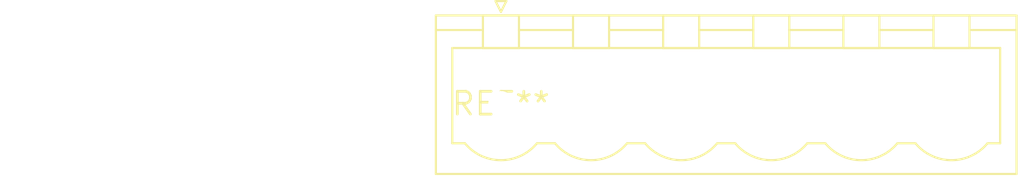
<source format=kicad_pcb>
(kicad_pcb (version 20240108) (generator pcbnew)
  (layers (0 "F.Cu" signal) (31 "B.Cu" signal) (34 "B.Paste" user) (35 "F.Paste" user) (36 "B.SilkS" user "B.Silkscreen") (37 "F.SilkS" user "F.Silkscreen") (38 "B.Mask" user) (39 "F.Mask" user) (44 "Edge.Cuts" user))
  (net 0 "")
  (footprint "PhoenixContact_MSTBVA_2,5_6-G_1x06_P5.00mm_Vertical" (layer "F.Cu") (at 0 0)
    (property "Reference" "REF**")
    (property "Value" "PhoenixContact_MSTBVA_2,5_6-G_1x06_P5.00mm_Vertical")
    (fp_line (start -3.61 -4.91) (end -3.61 3.91) (layer "F.SilkS") (stroke (width 0.12)))
    (fp_line (start -3.61 -4.1) (end -1.11 -4.1) (layer "F.SilkS") (stroke (width 0.12)))
    (fp_line (start -3.61 3.91) (end 28.61 3.91) (layer "F.SilkS") (stroke (width 0.12)))
    (fp_line (start -2.7 -3.1) (end 27.7 -3.1) (layer "F.SilkS") (stroke (width 0.12)))
    (fp_line (start -2.7 2.2) (end -2.7 -3.1) (layer "F.SilkS") (stroke (width 0.12)))
    (fp_line (start -2 2.2) (end -2.7 2.2) (layer "F.SilkS") (stroke (width 0.12)))
    (fp_line (start -1 -4.91) (end 1 -4.91) (layer "F.SilkS") (stroke (width 0.12)))
    (fp_line (start -1 -3.1) (end -1 -4.91) (layer "F.SilkS") (stroke (width 0.12)))
    (fp_line (start -0.3 -5.71) (end 0.3 -5.71) (layer "F.SilkS") (stroke (width 0.12)))
    (fp_line (start 0 -5.11) (end -0.3 -5.71) (layer "F.SilkS") (stroke (width 0.12)))
    (fp_line (start 0.3 -5.71) (end 0 -5.11) (layer "F.SilkS") (stroke (width 0.12)))
    (fp_line (start 1 -4.91) (end 1 -3.1) (layer "F.SilkS") (stroke (width 0.12)))
    (fp_line (start 1 -4.1) (end 4 -4.1) (layer "F.SilkS") (stroke (width 0.12)))
    (fp_line (start 1 -3.1) (end -1 -3.1) (layer "F.SilkS") (stroke (width 0.12)))
    (fp_line (start 2 2.2) (end 3 2.2) (layer "F.SilkS") (stroke (width 0.12)))
    (fp_line (start 4 -4.91) (end 6 -4.91) (layer "F.SilkS") (stroke (width 0.12)))
    (fp_line (start 4 -3.1) (end 4 -4.91) (layer "F.SilkS") (stroke (width 0.12)))
    (fp_line (start 6 -4.91) (end 6 -3.1) (layer "F.SilkS") (stroke (width 0.12)))
    (fp_line (start 6 -4.1) (end 9 -4.1) (layer "F.SilkS") (stroke (width 0.12)))
    (fp_line (start 6 -3.1) (end 4 -3.1) (layer "F.SilkS") (stroke (width 0.12)))
    (fp_line (start 7 2.2) (end 8 2.2) (layer "F.SilkS") (stroke (width 0.12)))
    (fp_line (start 9 -4.91) (end 11 -4.91) (layer "F.SilkS") (stroke (width 0.12)))
    (fp_line (start 9 -3.1) (end 9 -4.91) (layer "F.SilkS") (stroke (width 0.12)))
    (fp_line (start 11 -4.91) (end 11 -3.1) (layer "F.SilkS") (stroke (width 0.12)))
    (fp_line (start 11 -4.1) (end 14 -4.1) (layer "F.SilkS") (stroke (width 0.12)))
    (fp_line (start 11 -3.1) (end 9 -3.1) (layer "F.SilkS") (stroke (width 0.12)))
    (fp_line (start 12 2.2) (end 13 2.2) (layer "F.SilkS") (stroke (width 0.12)))
    (fp_line (start 14 -4.91) (end 16 -4.91) (layer "F.SilkS") (stroke (width 0.12)))
    (fp_line (start 14 -3.1) (end 14 -4.91) (layer "F.SilkS") (stroke (width 0.12)))
    (fp_line (start 16 -4.91) (end 16 -3.1) (layer "F.SilkS") (stroke (width 0.12)))
    (fp_line (start 16 -4.1) (end 19 -4.1) (layer "F.SilkS") (stroke (width 0.12)))
    (fp_line (start 16 -3.1) (end 14 -3.1) (layer "F.SilkS") (stroke (width 0.12)))
    (fp_line (start 17 2.2) (end 18 2.2) (layer "F.SilkS") (stroke (width 0.12)))
    (fp_line (start 19 -4.91) (end 21 -4.91) (layer "F.SilkS") (stroke (width 0.12)))
    (fp_line (start 19 -3.1) (end 19 -4.91) (layer "F.SilkS") (stroke (width 0.12)))
    (fp_line (start 21 -4.91) (end 21 -3.1) (layer "F.SilkS") (stroke (width 0.12)))
    (fp_line (start 21 -4.1) (end 24 -4.1) (layer "F.SilkS") (stroke (width 0.12)))
    (fp_line (start 21 -3.1) (end 19 -3.1) (layer "F.SilkS") (stroke (width 0.12)))
    (fp_line (start 22 2.2) (end 23 2.2) (layer "F.SilkS") (stroke (width 0.12)))
    (fp_line (start 24 -4.91) (end 26 -4.91) (layer "F.SilkS") (stroke (width 0.12)))
    (fp_line (start 24 -3.1) (end 24 -4.91) (layer "F.SilkS") (stroke (width 0.12)))
    (fp_line (start 26 -4.91) (end 26 -3.1) (layer "F.SilkS") (stroke (width 0.12)))
    (fp_line (start 26 -3.1) (end 24 -3.1) (layer "F.SilkS") (stroke (width 0.12)))
    (fp_line (start 27.7 -3.1) (end 27.7 2.2) (layer "F.SilkS") (stroke (width 0.12)))
    (fp_line (start 27.7 2.2) (end 27 2.2) (layer "F.SilkS") (stroke (width 0.12)))
    (fp_line (start 28.61 -4.91) (end -3.61 -4.91) (layer "F.SilkS") (stroke (width 0.12)))
    (fp_line (start 28.61 -4.1) (end 26.11 -4.1) (layer "F.SilkS") (stroke (width 0.12)))
    (fp_line (start 28.61 3.91) (end 28.61 -4.91) (layer "F.SilkS") (stroke (width 0.12)))
    (fp_arc (start 1.986842 2.215821) (mid -0.010289 3.142758) (end -2 2.2) (layer "F.SilkS") (stroke (width 0.12)))
    (fp_arc (start 6.986842 2.215821) (mid 4.989711 3.142758) (end 3 2.2) (layer "F.SilkS") (stroke (width 0.12)))
    (fp_arc (start 11.986842 2.215821) (mid 9.989711 3.142758) (end 8 2.2) (layer "F.SilkS") (stroke (width 0.12)))
    (fp_arc (start 16.986842 2.215821) (mid 14.989711 3.142758) (end 13 2.2) (layer "F.SilkS") (stroke (width 0.12)))
    (fp_arc (start 21.986842 2.215821) (mid 19.989711 3.142758) (end 18 2.2) (layer "F.SilkS") (stroke (width 0.12)))
    (fp_arc (start 26.986842 2.215821) (mid 24.989711 3.142758) (end 23 2.2) (layer "F.SilkS") (stroke (width 0.12)))
    (pad "1" thru_hole roundrect (at 0 0) (size 2 3.6) (drill 1.4) (layers *.Cu *.Mask) (remove_unused_layers) (roundrect_rratio 0.125))
    (pad "2" thru_hole oval (at 5 0) (size 2 3.6) (drill 1.4) (layers *.Cu *.Mask) (remove_unused_layers))
    (pad "3" thru_hole oval (at 10 0) (size 2 3.6) (drill 1.4) (layers *.Cu *.Mask) (remove_unused_layers))
    (pad "4" thru_hole oval (at 15 0) (size 2 3.6) (drill 1.4) (layers *.Cu *.Mask) (remove_unused_layers))
    (pad "5" thru_hole oval (at 20 0) (size 2 3.6) (drill 1.4) (layers *.Cu *.Mask) (remove_unused_layers))
    (pad "6" thru_hole oval (at 25 0) (size 2 3.6) (drill 1.4) (layers *.Cu *.Mask) (remove_unused_layers))
  )
)
</source>
